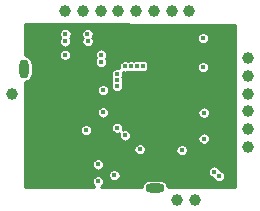
<source format=gbr>
%TF.GenerationSoftware,KiCad,Pcbnew,(5.1.6-0-10_14)*%
%TF.CreationDate,2020-10-05T23:02:53+09:00*%
%TF.ProjectId,RF920A,52463932-3041-42e6-9b69-6361645f7063,rev?*%
%TF.SameCoordinates,Original*%
%TF.FileFunction,Copper,L2,Inr*%
%TF.FilePolarity,Positive*%
%FSLAX46Y46*%
G04 Gerber Fmt 4.6, Leading zero omitted, Abs format (unit mm)*
G04 Created by KiCad (PCBNEW (5.1.6-0-10_14)) date 2020-10-05 23:02:53*
%MOMM*%
%LPD*%
G01*
G04 APERTURE LIST*
%TA.AperFunction,WasherPad*%
%ADD10O,1.600000X0.800000*%
%TD*%
%TA.AperFunction,WasherPad*%
%ADD11O,0.800000X1.600000*%
%TD*%
%TA.AperFunction,ViaPad*%
%ADD12C,1.000000*%
%TD*%
%TA.AperFunction,ViaPad*%
%ADD13C,0.400000*%
%TD*%
%TA.AperFunction,Conductor*%
%ADD14C,0.254000*%
%TD*%
G04 APERTURE END LIST*
D10*
%TO.N,*%
%TO.C,REF\u002A\u002A*%
X162075000Y-107000000D03*
D11*
X151000000Y-96875000D03*
%TD*%
D12*
%TO.N,/SDA*%
%TO.C,J19*%
X157500000Y-92000000D03*
%TD*%
%TO.N,GND*%
%TO.C,J17*%
X170000000Y-103500000D03*
%TD*%
%TO.N,GND*%
%TO.C,J16*%
X170000000Y-102000000D03*
%TD*%
%TO.N,+3.3VA*%
%TO.C,J14*%
X165500000Y-108000000D03*
%TD*%
%TO.N,+3.3VA*%
%TO.C,J13*%
X164000000Y-108000000D03*
%TD*%
%TO.N,/SCL*%
%TO.C,J12*%
X156000000Y-92000000D03*
%TD*%
%TO.N,/WP*%
%TO.C,J11*%
X154500000Y-92000000D03*
%TD*%
%TO.N,/RESETN*%
%TO.C,J10*%
X170000000Y-96000000D03*
%TD*%
%TO.N,/REGPDIN*%
%TO.C,J9*%
X165000000Y-92000000D03*
%TD*%
%TO.N,/SDO*%
%TO.C,J8*%
X163500000Y-92000000D03*
%TD*%
%TO.N,/SINTN*%
%TO.C,J7*%
X162000000Y-92000000D03*
%TD*%
%TO.N,/SCLK*%
%TO.C,J6*%
X170000000Y-97500000D03*
%TD*%
%TO.N,/SCEN*%
%TO.C,J5*%
X170000000Y-99000000D03*
%TD*%
%TO.N,/SDI*%
%TO.C,J4*%
X170000000Y-100500000D03*
%TD*%
%TO.N,+3V3*%
%TO.C,J3*%
X160500000Y-92000000D03*
%TD*%
%TO.N,+3V3*%
%TO.C,J2*%
X159000000Y-92000000D03*
%TD*%
%TO.N,Net-(J1-Pad1)*%
%TO.C,J1*%
X150000000Y-99000000D03*
%TD*%
D13*
%TO.N,GND*%
X152710000Y-106000000D03*
X151710000Y-106000000D03*
X152710000Y-103100000D03*
X151710000Y-103100000D03*
X153710000Y-101180000D03*
X152710000Y-100180000D03*
X153710000Y-100180000D03*
X152710000Y-94760000D03*
X152710000Y-97770000D03*
X152710000Y-95760000D03*
X166000000Y-103800000D03*
X156280000Y-100180000D03*
X156280000Y-99180000D03*
X156280000Y-98180000D03*
X152710000Y-96760000D03*
X154100000Y-106050000D03*
X167990000Y-100830000D03*
X163000000Y-99200000D03*
X162200000Y-99200000D03*
X163000000Y-98400000D03*
X162200000Y-98400000D03*
X162200000Y-100000000D03*
X163000000Y-100000000D03*
X163000000Y-100800000D03*
X162200000Y-100800000D03*
X161400000Y-100800000D03*
X160600000Y-100800000D03*
X161400000Y-100000000D03*
X160600000Y-100000000D03*
X160600000Y-99200000D03*
X161400000Y-98400000D03*
X161400000Y-99200000D03*
X160600000Y-98400000D03*
X158870000Y-101350000D03*
X154210000Y-98300000D03*
X157690000Y-98040000D03*
X157670000Y-99920000D03*
X156280000Y-103480000D03*
X161550000Y-96680000D03*
X163030000Y-95530000D03*
X163060000Y-94290000D03*
X166700000Y-95380000D03*
X167720000Y-94300000D03*
X167550000Y-97780000D03*
X165200000Y-95530000D03*
X166140000Y-96110000D03*
X167670000Y-95980000D03*
X164350000Y-104420000D03*
X162250000Y-105300000D03*
X159350000Y-105110000D03*
X163590000Y-104450000D03*
X163590000Y-103700000D03*
X156270000Y-101430000D03*
X161430000Y-103710000D03*
X160760000Y-105200000D03*
X159300000Y-105900000D03*
X166870000Y-100600000D03*
X166870000Y-101300000D03*
X166870000Y-102800000D03*
X167650000Y-102620000D03*
X165790000Y-106250000D03*
X165750000Y-105200000D03*
X161950000Y-93990000D03*
X157730000Y-94110000D03*
X159250000Y-94130000D03*
X160580000Y-95170000D03*
X167100000Y-104020000D03*
X167500000Y-104400000D03*
X154500000Y-96350000D03*
X157650000Y-104220000D03*
%TO.N,/VDDCP*%
X160790000Y-103710000D03*
X166220000Y-100600000D03*
X166220000Y-102800000D03*
X166140000Y-94300000D03*
%TO.N,+3V3*%
X157700000Y-98690000D03*
X157680000Y-100580000D03*
X157530000Y-95680000D03*
X154510000Y-93910000D03*
X156380000Y-93930000D03*
X154490000Y-95710000D03*
%TO.N,Net-(C45-Pad1)*%
X157250000Y-106420000D03*
X158660000Y-105900000D03*
X159550000Y-102530000D03*
%TO.N,Net-(C46-Pad2)*%
X158870000Y-101860000D03*
X157250000Y-104980000D03*
X156270000Y-102070000D03*
%TO.N,/SDI*%
X158880000Y-98350000D03*
%TO.N,/SCEN*%
X158880000Y-97850000D03*
%TO.N,/SCLK*%
X158870000Y-97350000D03*
%TO.N,/SINTN*%
X159550000Y-96680000D03*
%TO.N,/SDO*%
X160050000Y-96670000D03*
%TO.N,/REGPDIN*%
X160550000Y-96650000D03*
%TO.N,/RESETN*%
X161050000Y-96650000D03*
%TO.N,+3.3VA*%
X164350000Y-103780000D03*
X167100000Y-105600000D03*
X167500000Y-105970000D03*
X166140000Y-96750000D03*
%TO.N,/WP*%
X154500000Y-94570000D03*
%TO.N,/SCL*%
X156390000Y-94570000D03*
%TO.N,/SDA*%
X157520000Y-96330000D03*
%TD*%
D14*
%TO.N,GND*%
G36*
X168873000Y-93136930D02*
G01*
X168873000Y-101837966D01*
X168868269Y-101858905D01*
X168862489Y-102082406D01*
X168873000Y-102143458D01*
X168873000Y-103337966D01*
X168868269Y-103358905D01*
X168862489Y-103582406D01*
X168873000Y-103643458D01*
X168873000Y-106853000D01*
X163190120Y-106853000D01*
X163149910Y-106720443D01*
X163082403Y-106594147D01*
X162991554Y-106483446D01*
X162880853Y-106392597D01*
X162754557Y-106325090D01*
X162617517Y-106283520D01*
X162510708Y-106273000D01*
X161639292Y-106273000D01*
X161532483Y-106283520D01*
X161395443Y-106325090D01*
X161269147Y-106392597D01*
X161158446Y-106483446D01*
X161067597Y-106594147D01*
X161000090Y-106720443D01*
X160959880Y-106853000D01*
X157550545Y-106853000D01*
X157585943Y-106829348D01*
X157659348Y-106755943D01*
X157717021Y-106669628D01*
X157756748Y-106573720D01*
X157777000Y-106471905D01*
X157777000Y-106368095D01*
X157756748Y-106266280D01*
X157717021Y-106170372D01*
X157659348Y-106084057D01*
X157585943Y-106010652D01*
X157499628Y-105952979D01*
X157403720Y-105913252D01*
X157301905Y-105893000D01*
X157198095Y-105893000D01*
X157096280Y-105913252D01*
X157000372Y-105952979D01*
X156914057Y-106010652D01*
X156840652Y-106084057D01*
X156782979Y-106170372D01*
X156743252Y-106266280D01*
X156723000Y-106368095D01*
X156723000Y-106471905D01*
X156743252Y-106573720D01*
X156782979Y-106669628D01*
X156840652Y-106755943D01*
X156914057Y-106829348D01*
X156949455Y-106853000D01*
X151131909Y-106853000D01*
X151131191Y-105848095D01*
X158133000Y-105848095D01*
X158133000Y-105951905D01*
X158153252Y-106053720D01*
X158192979Y-106149628D01*
X158250652Y-106235943D01*
X158324057Y-106309348D01*
X158410372Y-106367021D01*
X158506280Y-106406748D01*
X158608095Y-106427000D01*
X158711905Y-106427000D01*
X158813720Y-106406748D01*
X158909628Y-106367021D01*
X158995943Y-106309348D01*
X159069348Y-106235943D01*
X159127021Y-106149628D01*
X159166748Y-106053720D01*
X159187000Y-105951905D01*
X159187000Y-105848095D01*
X159166748Y-105746280D01*
X159127021Y-105650372D01*
X159069348Y-105564057D01*
X159053386Y-105548095D01*
X166573000Y-105548095D01*
X166573000Y-105651905D01*
X166593252Y-105753720D01*
X166632979Y-105849628D01*
X166690652Y-105935943D01*
X166764057Y-106009348D01*
X166850372Y-106067021D01*
X166946280Y-106106748D01*
X166991672Y-106115777D01*
X166993252Y-106123720D01*
X167032979Y-106219628D01*
X167090652Y-106305943D01*
X167164057Y-106379348D01*
X167250372Y-106437021D01*
X167346280Y-106476748D01*
X167448095Y-106497000D01*
X167551905Y-106497000D01*
X167653720Y-106476748D01*
X167749628Y-106437021D01*
X167835943Y-106379348D01*
X167909348Y-106305943D01*
X167967021Y-106219628D01*
X168006748Y-106123720D01*
X168027000Y-106021905D01*
X168027000Y-105918095D01*
X168006748Y-105816280D01*
X167967021Y-105720372D01*
X167909348Y-105634057D01*
X167835943Y-105560652D01*
X167749628Y-105502979D01*
X167653720Y-105463252D01*
X167608328Y-105454223D01*
X167606748Y-105446280D01*
X167567021Y-105350372D01*
X167509348Y-105264057D01*
X167435943Y-105190652D01*
X167349628Y-105132979D01*
X167253720Y-105093252D01*
X167151905Y-105073000D01*
X167048095Y-105073000D01*
X166946280Y-105093252D01*
X166850372Y-105132979D01*
X166764057Y-105190652D01*
X166690652Y-105264057D01*
X166632979Y-105350372D01*
X166593252Y-105446280D01*
X166573000Y-105548095D01*
X159053386Y-105548095D01*
X158995943Y-105490652D01*
X158909628Y-105432979D01*
X158813720Y-105393252D01*
X158711905Y-105373000D01*
X158608095Y-105373000D01*
X158506280Y-105393252D01*
X158410372Y-105432979D01*
X158324057Y-105490652D01*
X158250652Y-105564057D01*
X158192979Y-105650372D01*
X158153252Y-105746280D01*
X158133000Y-105848095D01*
X151131191Y-105848095D01*
X151130533Y-104928095D01*
X156723000Y-104928095D01*
X156723000Y-105031905D01*
X156743252Y-105133720D01*
X156782979Y-105229628D01*
X156840652Y-105315943D01*
X156914057Y-105389348D01*
X157000372Y-105447021D01*
X157096280Y-105486748D01*
X157198095Y-105507000D01*
X157301905Y-105507000D01*
X157403720Y-105486748D01*
X157499628Y-105447021D01*
X157585943Y-105389348D01*
X157659348Y-105315943D01*
X157717021Y-105229628D01*
X157756748Y-105133720D01*
X157777000Y-105031905D01*
X157777000Y-104928095D01*
X157756748Y-104826280D01*
X157717021Y-104730372D01*
X157659348Y-104644057D01*
X157585943Y-104570652D01*
X157499628Y-104512979D01*
X157403720Y-104473252D01*
X157301905Y-104453000D01*
X157198095Y-104453000D01*
X157096280Y-104473252D01*
X157000372Y-104512979D01*
X156914057Y-104570652D01*
X156840652Y-104644057D01*
X156782979Y-104730372D01*
X156743252Y-104826280D01*
X156723000Y-104928095D01*
X151130533Y-104928095D01*
X151129625Y-103658095D01*
X160263000Y-103658095D01*
X160263000Y-103761905D01*
X160283252Y-103863720D01*
X160322979Y-103959628D01*
X160380652Y-104045943D01*
X160454057Y-104119348D01*
X160540372Y-104177021D01*
X160636280Y-104216748D01*
X160738095Y-104237000D01*
X160841905Y-104237000D01*
X160943720Y-104216748D01*
X161039628Y-104177021D01*
X161125943Y-104119348D01*
X161199348Y-104045943D01*
X161257021Y-103959628D01*
X161296748Y-103863720D01*
X161317000Y-103761905D01*
X161317000Y-103728095D01*
X163823000Y-103728095D01*
X163823000Y-103831905D01*
X163843252Y-103933720D01*
X163882979Y-104029628D01*
X163940652Y-104115943D01*
X164014057Y-104189348D01*
X164100372Y-104247021D01*
X164196280Y-104286748D01*
X164298095Y-104307000D01*
X164401905Y-104307000D01*
X164503720Y-104286748D01*
X164599628Y-104247021D01*
X164685943Y-104189348D01*
X164759348Y-104115943D01*
X164817021Y-104029628D01*
X164856748Y-103933720D01*
X164877000Y-103831905D01*
X164877000Y-103728095D01*
X164856748Y-103626280D01*
X164817021Y-103530372D01*
X164759348Y-103444057D01*
X164685943Y-103370652D01*
X164599628Y-103312979D01*
X164503720Y-103273252D01*
X164401905Y-103253000D01*
X164298095Y-103253000D01*
X164196280Y-103273252D01*
X164100372Y-103312979D01*
X164014057Y-103370652D01*
X163940652Y-103444057D01*
X163882979Y-103530372D01*
X163843252Y-103626280D01*
X163823000Y-103728095D01*
X161317000Y-103728095D01*
X161317000Y-103658095D01*
X161296748Y-103556280D01*
X161257021Y-103460372D01*
X161199348Y-103374057D01*
X161125943Y-103300652D01*
X161039628Y-103242979D01*
X160943720Y-103203252D01*
X160841905Y-103183000D01*
X160738095Y-103183000D01*
X160636280Y-103203252D01*
X160540372Y-103242979D01*
X160454057Y-103300652D01*
X160380652Y-103374057D01*
X160322979Y-103460372D01*
X160283252Y-103556280D01*
X160263000Y-103658095D01*
X151129625Y-103658095D01*
X151128451Y-102018095D01*
X155743000Y-102018095D01*
X155743000Y-102121905D01*
X155763252Y-102223720D01*
X155802979Y-102319628D01*
X155860652Y-102405943D01*
X155934057Y-102479348D01*
X156020372Y-102537021D01*
X156116280Y-102576748D01*
X156218095Y-102597000D01*
X156321905Y-102597000D01*
X156423720Y-102576748D01*
X156519628Y-102537021D01*
X156605943Y-102479348D01*
X156679348Y-102405943D01*
X156737021Y-102319628D01*
X156776748Y-102223720D01*
X156797000Y-102121905D01*
X156797000Y-102018095D01*
X156776748Y-101916280D01*
X156737021Y-101820372D01*
X156728818Y-101808095D01*
X158343000Y-101808095D01*
X158343000Y-101911905D01*
X158363252Y-102013720D01*
X158402979Y-102109628D01*
X158460652Y-102195943D01*
X158534057Y-102269348D01*
X158620372Y-102327021D01*
X158716280Y-102366748D01*
X158818095Y-102387000D01*
X158921905Y-102387000D01*
X159023720Y-102366748D01*
X159052063Y-102355008D01*
X159043252Y-102376280D01*
X159023000Y-102478095D01*
X159023000Y-102581905D01*
X159043252Y-102683720D01*
X159082979Y-102779628D01*
X159140652Y-102865943D01*
X159214057Y-102939348D01*
X159300372Y-102997021D01*
X159396280Y-103036748D01*
X159498095Y-103057000D01*
X159601905Y-103057000D01*
X159703720Y-103036748D01*
X159799628Y-102997021D01*
X159885943Y-102939348D01*
X159959348Y-102865943D01*
X160017021Y-102779628D01*
X160030082Y-102748095D01*
X165693000Y-102748095D01*
X165693000Y-102851905D01*
X165713252Y-102953720D01*
X165752979Y-103049628D01*
X165810652Y-103135943D01*
X165884057Y-103209348D01*
X165970372Y-103267021D01*
X166066280Y-103306748D01*
X166168095Y-103327000D01*
X166271905Y-103327000D01*
X166373720Y-103306748D01*
X166469628Y-103267021D01*
X166555943Y-103209348D01*
X166629348Y-103135943D01*
X166687021Y-103049628D01*
X166726748Y-102953720D01*
X166747000Y-102851905D01*
X166747000Y-102748095D01*
X166726748Y-102646280D01*
X166687021Y-102550372D01*
X166629348Y-102464057D01*
X166555943Y-102390652D01*
X166469628Y-102332979D01*
X166373720Y-102293252D01*
X166271905Y-102273000D01*
X166168095Y-102273000D01*
X166066280Y-102293252D01*
X165970372Y-102332979D01*
X165884057Y-102390652D01*
X165810652Y-102464057D01*
X165752979Y-102550372D01*
X165713252Y-102646280D01*
X165693000Y-102748095D01*
X160030082Y-102748095D01*
X160056748Y-102683720D01*
X160077000Y-102581905D01*
X160077000Y-102478095D01*
X160056748Y-102376280D01*
X160017021Y-102280372D01*
X159959348Y-102194057D01*
X159885943Y-102120652D01*
X159799628Y-102062979D01*
X159703720Y-102023252D01*
X159601905Y-102003000D01*
X159498095Y-102003000D01*
X159396280Y-102023252D01*
X159367937Y-102034992D01*
X159376748Y-102013720D01*
X159397000Y-101911905D01*
X159397000Y-101808095D01*
X159376748Y-101706280D01*
X159337021Y-101610372D01*
X159279348Y-101524057D01*
X159205943Y-101450652D01*
X159119628Y-101392979D01*
X159023720Y-101353252D01*
X158921905Y-101333000D01*
X158818095Y-101333000D01*
X158716280Y-101353252D01*
X158620372Y-101392979D01*
X158534057Y-101450652D01*
X158460652Y-101524057D01*
X158402979Y-101610372D01*
X158363252Y-101706280D01*
X158343000Y-101808095D01*
X156728818Y-101808095D01*
X156679348Y-101734057D01*
X156605943Y-101660652D01*
X156519628Y-101602979D01*
X156423720Y-101563252D01*
X156321905Y-101543000D01*
X156218095Y-101543000D01*
X156116280Y-101563252D01*
X156020372Y-101602979D01*
X155934057Y-101660652D01*
X155860652Y-101734057D01*
X155802979Y-101820372D01*
X155763252Y-101916280D01*
X155743000Y-102018095D01*
X151128451Y-102018095D01*
X151127386Y-100528095D01*
X157153000Y-100528095D01*
X157153000Y-100631905D01*
X157173252Y-100733720D01*
X157212979Y-100829628D01*
X157270652Y-100915943D01*
X157344057Y-100989348D01*
X157430372Y-101047021D01*
X157526280Y-101086748D01*
X157628095Y-101107000D01*
X157731905Y-101107000D01*
X157833720Y-101086748D01*
X157929628Y-101047021D01*
X158015943Y-100989348D01*
X158089348Y-100915943D01*
X158147021Y-100829628D01*
X158186748Y-100733720D01*
X158207000Y-100631905D01*
X158207000Y-100548095D01*
X165693000Y-100548095D01*
X165693000Y-100651905D01*
X165713252Y-100753720D01*
X165752979Y-100849628D01*
X165810652Y-100935943D01*
X165884057Y-101009348D01*
X165970372Y-101067021D01*
X166066280Y-101106748D01*
X166168095Y-101127000D01*
X166271905Y-101127000D01*
X166373720Y-101106748D01*
X166469628Y-101067021D01*
X166555943Y-101009348D01*
X166629348Y-100935943D01*
X166687021Y-100849628D01*
X166726748Y-100753720D01*
X166747000Y-100651905D01*
X166747000Y-100548095D01*
X166726748Y-100446280D01*
X166687021Y-100350372D01*
X166629348Y-100264057D01*
X166555943Y-100190652D01*
X166469628Y-100132979D01*
X166373720Y-100093252D01*
X166271905Y-100073000D01*
X166168095Y-100073000D01*
X166066280Y-100093252D01*
X165970372Y-100132979D01*
X165884057Y-100190652D01*
X165810652Y-100264057D01*
X165752979Y-100350372D01*
X165713252Y-100446280D01*
X165693000Y-100548095D01*
X158207000Y-100548095D01*
X158207000Y-100528095D01*
X158186748Y-100426280D01*
X158147021Y-100330372D01*
X158089348Y-100244057D01*
X158015943Y-100170652D01*
X157929628Y-100112979D01*
X157833720Y-100073252D01*
X157731905Y-100053000D01*
X157628095Y-100053000D01*
X157526280Y-100073252D01*
X157430372Y-100112979D01*
X157344057Y-100170652D01*
X157270652Y-100244057D01*
X157212979Y-100330372D01*
X157173252Y-100426280D01*
X157153000Y-100528095D01*
X151127386Y-100528095D01*
X151126034Y-98638095D01*
X157173000Y-98638095D01*
X157173000Y-98741905D01*
X157193252Y-98843720D01*
X157232979Y-98939628D01*
X157290652Y-99025943D01*
X157364057Y-99099348D01*
X157450372Y-99157021D01*
X157546280Y-99196748D01*
X157648095Y-99217000D01*
X157751905Y-99217000D01*
X157853720Y-99196748D01*
X157949628Y-99157021D01*
X158035943Y-99099348D01*
X158109348Y-99025943D01*
X158167021Y-98939628D01*
X158206748Y-98843720D01*
X158227000Y-98741905D01*
X158227000Y-98638095D01*
X158206748Y-98536280D01*
X158167021Y-98440372D01*
X158109348Y-98354057D01*
X158035943Y-98280652D01*
X157949628Y-98222979D01*
X157853720Y-98183252D01*
X157751905Y-98163000D01*
X157648095Y-98163000D01*
X157546280Y-98183252D01*
X157450372Y-98222979D01*
X157364057Y-98280652D01*
X157290652Y-98354057D01*
X157232979Y-98440372D01*
X157193252Y-98536280D01*
X157173000Y-98638095D01*
X151126034Y-98638095D01*
X151125572Y-97993149D01*
X151142517Y-97991480D01*
X151279557Y-97949910D01*
X151405853Y-97882403D01*
X151516554Y-97791554D01*
X151607403Y-97680853D01*
X151674910Y-97554557D01*
X151716480Y-97417517D01*
X151727000Y-97310708D01*
X151727000Y-97298095D01*
X158343000Y-97298095D01*
X158343000Y-97401905D01*
X158363252Y-97503720D01*
X158402979Y-97599628D01*
X158409342Y-97609152D01*
X158373252Y-97696280D01*
X158353000Y-97798095D01*
X158353000Y-97901905D01*
X158373252Y-98003720D01*
X158412979Y-98099628D01*
X158413228Y-98100000D01*
X158412979Y-98100372D01*
X158373252Y-98196280D01*
X158353000Y-98298095D01*
X158353000Y-98401905D01*
X158373252Y-98503720D01*
X158412979Y-98599628D01*
X158470652Y-98685943D01*
X158544057Y-98759348D01*
X158630372Y-98817021D01*
X158726280Y-98856748D01*
X158828095Y-98877000D01*
X158931905Y-98877000D01*
X159033720Y-98856748D01*
X159129628Y-98817021D01*
X159215943Y-98759348D01*
X159289348Y-98685943D01*
X159347021Y-98599628D01*
X159386748Y-98503720D01*
X159407000Y-98401905D01*
X159407000Y-98298095D01*
X159386748Y-98196280D01*
X159347021Y-98100372D01*
X159346772Y-98100000D01*
X159347021Y-98099628D01*
X159386748Y-98003720D01*
X159407000Y-97901905D01*
X159407000Y-97798095D01*
X159386748Y-97696280D01*
X159347021Y-97600372D01*
X159340658Y-97590848D01*
X159376748Y-97503720D01*
X159397000Y-97401905D01*
X159397000Y-97298095D01*
X159376748Y-97196280D01*
X159367937Y-97175008D01*
X159396280Y-97186748D01*
X159498095Y-97207000D01*
X159601905Y-97207000D01*
X159703720Y-97186748D01*
X159799628Y-97147021D01*
X159809152Y-97140658D01*
X159896280Y-97176748D01*
X159998095Y-97197000D01*
X160101905Y-97197000D01*
X160203720Y-97176748D01*
X160299628Y-97137021D01*
X160318390Y-97124485D01*
X160396280Y-97156748D01*
X160498095Y-97177000D01*
X160601905Y-97177000D01*
X160703720Y-97156748D01*
X160799628Y-97117021D01*
X160800000Y-97116772D01*
X160800372Y-97117021D01*
X160896280Y-97156748D01*
X160998095Y-97177000D01*
X161101905Y-97177000D01*
X161203720Y-97156748D01*
X161299628Y-97117021D01*
X161385943Y-97059348D01*
X161459348Y-96985943D01*
X161517021Y-96899628D01*
X161556748Y-96803720D01*
X161577000Y-96701905D01*
X161577000Y-96698095D01*
X165613000Y-96698095D01*
X165613000Y-96801905D01*
X165633252Y-96903720D01*
X165672979Y-96999628D01*
X165730652Y-97085943D01*
X165804057Y-97159348D01*
X165890372Y-97217021D01*
X165986280Y-97256748D01*
X166088095Y-97277000D01*
X166191905Y-97277000D01*
X166293720Y-97256748D01*
X166389628Y-97217021D01*
X166475943Y-97159348D01*
X166549348Y-97085943D01*
X166607021Y-96999628D01*
X166646748Y-96903720D01*
X166667000Y-96801905D01*
X166667000Y-96698095D01*
X166646748Y-96596280D01*
X166607021Y-96500372D01*
X166549348Y-96414057D01*
X166475943Y-96340652D01*
X166389628Y-96282979D01*
X166293720Y-96243252D01*
X166191905Y-96223000D01*
X166088095Y-96223000D01*
X165986280Y-96243252D01*
X165890372Y-96282979D01*
X165804057Y-96340652D01*
X165730652Y-96414057D01*
X165672979Y-96500372D01*
X165633252Y-96596280D01*
X165613000Y-96698095D01*
X161577000Y-96698095D01*
X161577000Y-96598095D01*
X161556748Y-96496280D01*
X161517021Y-96400372D01*
X161459348Y-96314057D01*
X161385943Y-96240652D01*
X161299628Y-96182979D01*
X161203720Y-96143252D01*
X161101905Y-96123000D01*
X160998095Y-96123000D01*
X160896280Y-96143252D01*
X160800372Y-96182979D01*
X160800000Y-96183228D01*
X160799628Y-96182979D01*
X160703720Y-96143252D01*
X160601905Y-96123000D01*
X160498095Y-96123000D01*
X160396280Y-96143252D01*
X160300372Y-96182979D01*
X160281610Y-96195515D01*
X160203720Y-96163252D01*
X160101905Y-96143000D01*
X159998095Y-96143000D01*
X159896280Y-96163252D01*
X159800372Y-96202979D01*
X159790848Y-96209342D01*
X159703720Y-96173252D01*
X159601905Y-96153000D01*
X159498095Y-96153000D01*
X159396280Y-96173252D01*
X159300372Y-96212979D01*
X159214057Y-96270652D01*
X159140652Y-96344057D01*
X159082979Y-96430372D01*
X159043252Y-96526280D01*
X159023000Y-96628095D01*
X159023000Y-96731905D01*
X159043252Y-96833720D01*
X159052063Y-96854992D01*
X159023720Y-96843252D01*
X158921905Y-96823000D01*
X158818095Y-96823000D01*
X158716280Y-96843252D01*
X158620372Y-96882979D01*
X158534057Y-96940652D01*
X158460652Y-97014057D01*
X158402979Y-97100372D01*
X158363252Y-97196280D01*
X158343000Y-97298095D01*
X151727000Y-97298095D01*
X151727000Y-96439292D01*
X151716480Y-96332483D01*
X151699982Y-96278095D01*
X156993000Y-96278095D01*
X156993000Y-96381905D01*
X157013252Y-96483720D01*
X157052979Y-96579628D01*
X157110652Y-96665943D01*
X157184057Y-96739348D01*
X157270372Y-96797021D01*
X157366280Y-96836748D01*
X157468095Y-96857000D01*
X157571905Y-96857000D01*
X157673720Y-96836748D01*
X157769628Y-96797021D01*
X157855943Y-96739348D01*
X157929348Y-96665943D01*
X157987021Y-96579628D01*
X158026748Y-96483720D01*
X158047000Y-96381905D01*
X158047000Y-96278095D01*
X158026748Y-96176280D01*
X157987021Y-96080372D01*
X157941660Y-96012483D01*
X157997021Y-95929628D01*
X158036748Y-95833720D01*
X158057000Y-95731905D01*
X158057000Y-95628095D01*
X158036748Y-95526280D01*
X157997021Y-95430372D01*
X157939348Y-95344057D01*
X157865943Y-95270652D01*
X157779628Y-95212979D01*
X157683720Y-95173252D01*
X157581905Y-95153000D01*
X157478095Y-95153000D01*
X157376280Y-95173252D01*
X157280372Y-95212979D01*
X157194057Y-95270652D01*
X157120652Y-95344057D01*
X157062979Y-95430372D01*
X157023252Y-95526280D01*
X157003000Y-95628095D01*
X157003000Y-95731905D01*
X157023252Y-95833720D01*
X157062979Y-95929628D01*
X157108340Y-95997517D01*
X157052979Y-96080372D01*
X157013252Y-96176280D01*
X156993000Y-96278095D01*
X151699982Y-96278095D01*
X151674910Y-96195443D01*
X151607403Y-96069147D01*
X151516553Y-95958446D01*
X151405852Y-95867597D01*
X151279556Y-95800090D01*
X151142516Y-95758520D01*
X151123972Y-95756694D01*
X151123902Y-95658095D01*
X153963000Y-95658095D01*
X153963000Y-95761905D01*
X153983252Y-95863720D01*
X154022979Y-95959628D01*
X154080652Y-96045943D01*
X154154057Y-96119348D01*
X154240372Y-96177021D01*
X154336280Y-96216748D01*
X154438095Y-96237000D01*
X154541905Y-96237000D01*
X154643720Y-96216748D01*
X154739628Y-96177021D01*
X154825943Y-96119348D01*
X154899348Y-96045943D01*
X154957021Y-95959628D01*
X154996748Y-95863720D01*
X155017000Y-95761905D01*
X155017000Y-95658095D01*
X154996748Y-95556280D01*
X154957021Y-95460372D01*
X154899348Y-95374057D01*
X154825943Y-95300652D01*
X154739628Y-95242979D01*
X154643720Y-95203252D01*
X154541905Y-95183000D01*
X154438095Y-95183000D01*
X154336280Y-95203252D01*
X154240372Y-95242979D01*
X154154057Y-95300652D01*
X154080652Y-95374057D01*
X154022979Y-95460372D01*
X153983252Y-95556280D01*
X153963000Y-95658095D01*
X151123902Y-95658095D01*
X151123087Y-94518095D01*
X153973000Y-94518095D01*
X153973000Y-94621905D01*
X153993252Y-94723720D01*
X154032979Y-94819628D01*
X154090652Y-94905943D01*
X154164057Y-94979348D01*
X154250372Y-95037021D01*
X154346280Y-95076748D01*
X154448095Y-95097000D01*
X154551905Y-95097000D01*
X154653720Y-95076748D01*
X154749628Y-95037021D01*
X154835943Y-94979348D01*
X154909348Y-94905943D01*
X154967021Y-94819628D01*
X155006748Y-94723720D01*
X155027000Y-94621905D01*
X155027000Y-94518095D01*
X155006748Y-94416280D01*
X154967021Y-94320372D01*
X154918114Y-94247177D01*
X154919348Y-94245943D01*
X154977021Y-94159628D01*
X155016748Y-94063720D01*
X155037000Y-93961905D01*
X155037000Y-93878095D01*
X155853000Y-93878095D01*
X155853000Y-93981905D01*
X155873252Y-94083720D01*
X155912979Y-94179628D01*
X155964999Y-94257483D01*
X155922979Y-94320372D01*
X155883252Y-94416280D01*
X155863000Y-94518095D01*
X155863000Y-94621905D01*
X155883252Y-94723720D01*
X155922979Y-94819628D01*
X155980652Y-94905943D01*
X156054057Y-94979348D01*
X156140372Y-95037021D01*
X156236280Y-95076748D01*
X156338095Y-95097000D01*
X156441905Y-95097000D01*
X156543720Y-95076748D01*
X156639628Y-95037021D01*
X156725943Y-94979348D01*
X156799348Y-94905943D01*
X156857021Y-94819628D01*
X156896748Y-94723720D01*
X156917000Y-94621905D01*
X156917000Y-94518095D01*
X156896748Y-94416280D01*
X156857021Y-94320372D01*
X156808729Y-94248095D01*
X165613000Y-94248095D01*
X165613000Y-94351905D01*
X165633252Y-94453720D01*
X165672979Y-94549628D01*
X165730652Y-94635943D01*
X165804057Y-94709348D01*
X165890372Y-94767021D01*
X165986280Y-94806748D01*
X166088095Y-94827000D01*
X166191905Y-94827000D01*
X166293720Y-94806748D01*
X166389628Y-94767021D01*
X166475943Y-94709348D01*
X166549348Y-94635943D01*
X166607021Y-94549628D01*
X166646748Y-94453720D01*
X166667000Y-94351905D01*
X166667000Y-94248095D01*
X166646748Y-94146280D01*
X166607021Y-94050372D01*
X166549348Y-93964057D01*
X166475943Y-93890652D01*
X166389628Y-93832979D01*
X166293720Y-93793252D01*
X166191905Y-93773000D01*
X166088095Y-93773000D01*
X165986280Y-93793252D01*
X165890372Y-93832979D01*
X165804057Y-93890652D01*
X165730652Y-93964057D01*
X165672979Y-94050372D01*
X165633252Y-94146280D01*
X165613000Y-94248095D01*
X156808729Y-94248095D01*
X156805001Y-94242517D01*
X156847021Y-94179628D01*
X156886748Y-94083720D01*
X156907000Y-93981905D01*
X156907000Y-93878095D01*
X156886748Y-93776280D01*
X156847021Y-93680372D01*
X156789348Y-93594057D01*
X156715943Y-93520652D01*
X156629628Y-93462979D01*
X156533720Y-93423252D01*
X156431905Y-93403000D01*
X156328095Y-93403000D01*
X156226280Y-93423252D01*
X156130372Y-93462979D01*
X156044057Y-93520652D01*
X155970652Y-93594057D01*
X155912979Y-93680372D01*
X155873252Y-93776280D01*
X155853000Y-93878095D01*
X155037000Y-93878095D01*
X155037000Y-93858095D01*
X155016748Y-93756280D01*
X154977021Y-93660372D01*
X154919348Y-93574057D01*
X154845943Y-93500652D01*
X154759628Y-93442979D01*
X154663720Y-93403252D01*
X154561905Y-93383000D01*
X154458095Y-93383000D01*
X154356280Y-93403252D01*
X154260372Y-93442979D01*
X154174057Y-93500652D01*
X154100652Y-93574057D01*
X154042979Y-93660372D01*
X154003252Y-93756280D01*
X153983000Y-93858095D01*
X153983000Y-93961905D01*
X154003252Y-94063720D01*
X154042979Y-94159628D01*
X154091886Y-94232823D01*
X154090652Y-94234057D01*
X154032979Y-94320372D01*
X153993252Y-94416280D01*
X153973000Y-94518095D01*
X151123087Y-94518095D01*
X151122091Y-93127071D01*
X168873000Y-93136930D01*
G37*
X168873000Y-93136930D02*
X168873000Y-101837966D01*
X168868269Y-101858905D01*
X168862489Y-102082406D01*
X168873000Y-102143458D01*
X168873000Y-103337966D01*
X168868269Y-103358905D01*
X168862489Y-103582406D01*
X168873000Y-103643458D01*
X168873000Y-106853000D01*
X163190120Y-106853000D01*
X163149910Y-106720443D01*
X163082403Y-106594147D01*
X162991554Y-106483446D01*
X162880853Y-106392597D01*
X162754557Y-106325090D01*
X162617517Y-106283520D01*
X162510708Y-106273000D01*
X161639292Y-106273000D01*
X161532483Y-106283520D01*
X161395443Y-106325090D01*
X161269147Y-106392597D01*
X161158446Y-106483446D01*
X161067597Y-106594147D01*
X161000090Y-106720443D01*
X160959880Y-106853000D01*
X157550545Y-106853000D01*
X157585943Y-106829348D01*
X157659348Y-106755943D01*
X157717021Y-106669628D01*
X157756748Y-106573720D01*
X157777000Y-106471905D01*
X157777000Y-106368095D01*
X157756748Y-106266280D01*
X157717021Y-106170372D01*
X157659348Y-106084057D01*
X157585943Y-106010652D01*
X157499628Y-105952979D01*
X157403720Y-105913252D01*
X157301905Y-105893000D01*
X157198095Y-105893000D01*
X157096280Y-105913252D01*
X157000372Y-105952979D01*
X156914057Y-106010652D01*
X156840652Y-106084057D01*
X156782979Y-106170372D01*
X156743252Y-106266280D01*
X156723000Y-106368095D01*
X156723000Y-106471905D01*
X156743252Y-106573720D01*
X156782979Y-106669628D01*
X156840652Y-106755943D01*
X156914057Y-106829348D01*
X156949455Y-106853000D01*
X151131909Y-106853000D01*
X151131191Y-105848095D01*
X158133000Y-105848095D01*
X158133000Y-105951905D01*
X158153252Y-106053720D01*
X158192979Y-106149628D01*
X158250652Y-106235943D01*
X158324057Y-106309348D01*
X158410372Y-106367021D01*
X158506280Y-106406748D01*
X158608095Y-106427000D01*
X158711905Y-106427000D01*
X158813720Y-106406748D01*
X158909628Y-106367021D01*
X158995943Y-106309348D01*
X159069348Y-106235943D01*
X159127021Y-106149628D01*
X159166748Y-106053720D01*
X159187000Y-105951905D01*
X159187000Y-105848095D01*
X159166748Y-105746280D01*
X159127021Y-105650372D01*
X159069348Y-105564057D01*
X159053386Y-105548095D01*
X166573000Y-105548095D01*
X166573000Y-105651905D01*
X166593252Y-105753720D01*
X166632979Y-105849628D01*
X166690652Y-105935943D01*
X166764057Y-106009348D01*
X166850372Y-106067021D01*
X166946280Y-106106748D01*
X166991672Y-106115777D01*
X166993252Y-106123720D01*
X167032979Y-106219628D01*
X167090652Y-106305943D01*
X167164057Y-106379348D01*
X167250372Y-106437021D01*
X167346280Y-106476748D01*
X167448095Y-106497000D01*
X167551905Y-106497000D01*
X167653720Y-106476748D01*
X167749628Y-106437021D01*
X167835943Y-106379348D01*
X167909348Y-106305943D01*
X167967021Y-106219628D01*
X168006748Y-106123720D01*
X168027000Y-106021905D01*
X168027000Y-105918095D01*
X168006748Y-105816280D01*
X167967021Y-105720372D01*
X167909348Y-105634057D01*
X167835943Y-105560652D01*
X167749628Y-105502979D01*
X167653720Y-105463252D01*
X167608328Y-105454223D01*
X167606748Y-105446280D01*
X167567021Y-105350372D01*
X167509348Y-105264057D01*
X167435943Y-105190652D01*
X167349628Y-105132979D01*
X167253720Y-105093252D01*
X167151905Y-105073000D01*
X167048095Y-105073000D01*
X166946280Y-105093252D01*
X166850372Y-105132979D01*
X166764057Y-105190652D01*
X166690652Y-105264057D01*
X166632979Y-105350372D01*
X166593252Y-105446280D01*
X166573000Y-105548095D01*
X159053386Y-105548095D01*
X158995943Y-105490652D01*
X158909628Y-105432979D01*
X158813720Y-105393252D01*
X158711905Y-105373000D01*
X158608095Y-105373000D01*
X158506280Y-105393252D01*
X158410372Y-105432979D01*
X158324057Y-105490652D01*
X158250652Y-105564057D01*
X158192979Y-105650372D01*
X158153252Y-105746280D01*
X158133000Y-105848095D01*
X151131191Y-105848095D01*
X151130533Y-104928095D01*
X156723000Y-104928095D01*
X156723000Y-105031905D01*
X156743252Y-105133720D01*
X156782979Y-105229628D01*
X156840652Y-105315943D01*
X156914057Y-105389348D01*
X157000372Y-105447021D01*
X157096280Y-105486748D01*
X157198095Y-105507000D01*
X157301905Y-105507000D01*
X157403720Y-105486748D01*
X157499628Y-105447021D01*
X157585943Y-105389348D01*
X157659348Y-105315943D01*
X157717021Y-105229628D01*
X157756748Y-105133720D01*
X157777000Y-105031905D01*
X157777000Y-104928095D01*
X157756748Y-104826280D01*
X157717021Y-104730372D01*
X157659348Y-104644057D01*
X157585943Y-104570652D01*
X157499628Y-104512979D01*
X157403720Y-104473252D01*
X157301905Y-104453000D01*
X157198095Y-104453000D01*
X157096280Y-104473252D01*
X157000372Y-104512979D01*
X156914057Y-104570652D01*
X156840652Y-104644057D01*
X156782979Y-104730372D01*
X156743252Y-104826280D01*
X156723000Y-104928095D01*
X151130533Y-104928095D01*
X151129625Y-103658095D01*
X160263000Y-103658095D01*
X160263000Y-103761905D01*
X160283252Y-103863720D01*
X160322979Y-103959628D01*
X160380652Y-104045943D01*
X160454057Y-104119348D01*
X160540372Y-104177021D01*
X160636280Y-104216748D01*
X160738095Y-104237000D01*
X160841905Y-104237000D01*
X160943720Y-104216748D01*
X161039628Y-104177021D01*
X161125943Y-104119348D01*
X161199348Y-104045943D01*
X161257021Y-103959628D01*
X161296748Y-103863720D01*
X161317000Y-103761905D01*
X161317000Y-103728095D01*
X163823000Y-103728095D01*
X163823000Y-103831905D01*
X163843252Y-103933720D01*
X163882979Y-104029628D01*
X163940652Y-104115943D01*
X164014057Y-104189348D01*
X164100372Y-104247021D01*
X164196280Y-104286748D01*
X164298095Y-104307000D01*
X164401905Y-104307000D01*
X164503720Y-104286748D01*
X164599628Y-104247021D01*
X164685943Y-104189348D01*
X164759348Y-104115943D01*
X164817021Y-104029628D01*
X164856748Y-103933720D01*
X164877000Y-103831905D01*
X164877000Y-103728095D01*
X164856748Y-103626280D01*
X164817021Y-103530372D01*
X164759348Y-103444057D01*
X164685943Y-103370652D01*
X164599628Y-103312979D01*
X164503720Y-103273252D01*
X164401905Y-103253000D01*
X164298095Y-103253000D01*
X164196280Y-103273252D01*
X164100372Y-103312979D01*
X164014057Y-103370652D01*
X163940652Y-103444057D01*
X163882979Y-103530372D01*
X163843252Y-103626280D01*
X163823000Y-103728095D01*
X161317000Y-103728095D01*
X161317000Y-103658095D01*
X161296748Y-103556280D01*
X161257021Y-103460372D01*
X161199348Y-103374057D01*
X161125943Y-103300652D01*
X161039628Y-103242979D01*
X160943720Y-103203252D01*
X160841905Y-103183000D01*
X160738095Y-103183000D01*
X160636280Y-103203252D01*
X160540372Y-103242979D01*
X160454057Y-103300652D01*
X160380652Y-103374057D01*
X160322979Y-103460372D01*
X160283252Y-103556280D01*
X160263000Y-103658095D01*
X151129625Y-103658095D01*
X151128451Y-102018095D01*
X155743000Y-102018095D01*
X155743000Y-102121905D01*
X155763252Y-102223720D01*
X155802979Y-102319628D01*
X155860652Y-102405943D01*
X155934057Y-102479348D01*
X156020372Y-102537021D01*
X156116280Y-102576748D01*
X156218095Y-102597000D01*
X156321905Y-102597000D01*
X156423720Y-102576748D01*
X156519628Y-102537021D01*
X156605943Y-102479348D01*
X156679348Y-102405943D01*
X156737021Y-102319628D01*
X156776748Y-102223720D01*
X156797000Y-102121905D01*
X156797000Y-102018095D01*
X156776748Y-101916280D01*
X156737021Y-101820372D01*
X156728818Y-101808095D01*
X158343000Y-101808095D01*
X158343000Y-101911905D01*
X158363252Y-102013720D01*
X158402979Y-102109628D01*
X158460652Y-102195943D01*
X158534057Y-102269348D01*
X158620372Y-102327021D01*
X158716280Y-102366748D01*
X158818095Y-102387000D01*
X158921905Y-102387000D01*
X159023720Y-102366748D01*
X159052063Y-102355008D01*
X159043252Y-102376280D01*
X159023000Y-102478095D01*
X159023000Y-102581905D01*
X159043252Y-102683720D01*
X159082979Y-102779628D01*
X159140652Y-102865943D01*
X159214057Y-102939348D01*
X159300372Y-102997021D01*
X159396280Y-103036748D01*
X159498095Y-103057000D01*
X159601905Y-103057000D01*
X159703720Y-103036748D01*
X159799628Y-102997021D01*
X159885943Y-102939348D01*
X159959348Y-102865943D01*
X160017021Y-102779628D01*
X160030082Y-102748095D01*
X165693000Y-102748095D01*
X165693000Y-102851905D01*
X165713252Y-102953720D01*
X165752979Y-103049628D01*
X165810652Y-103135943D01*
X165884057Y-103209348D01*
X165970372Y-103267021D01*
X166066280Y-103306748D01*
X166168095Y-103327000D01*
X166271905Y-103327000D01*
X166373720Y-103306748D01*
X166469628Y-103267021D01*
X166555943Y-103209348D01*
X166629348Y-103135943D01*
X166687021Y-103049628D01*
X166726748Y-102953720D01*
X166747000Y-102851905D01*
X166747000Y-102748095D01*
X166726748Y-102646280D01*
X166687021Y-102550372D01*
X166629348Y-102464057D01*
X166555943Y-102390652D01*
X166469628Y-102332979D01*
X166373720Y-102293252D01*
X166271905Y-102273000D01*
X166168095Y-102273000D01*
X166066280Y-102293252D01*
X165970372Y-102332979D01*
X165884057Y-102390652D01*
X165810652Y-102464057D01*
X165752979Y-102550372D01*
X165713252Y-102646280D01*
X165693000Y-102748095D01*
X160030082Y-102748095D01*
X160056748Y-102683720D01*
X160077000Y-102581905D01*
X160077000Y-102478095D01*
X160056748Y-102376280D01*
X160017021Y-102280372D01*
X159959348Y-102194057D01*
X159885943Y-102120652D01*
X159799628Y-102062979D01*
X159703720Y-102023252D01*
X159601905Y-102003000D01*
X159498095Y-102003000D01*
X159396280Y-102023252D01*
X159367937Y-102034992D01*
X159376748Y-102013720D01*
X159397000Y-101911905D01*
X159397000Y-101808095D01*
X159376748Y-101706280D01*
X159337021Y-101610372D01*
X159279348Y-101524057D01*
X159205943Y-101450652D01*
X159119628Y-101392979D01*
X159023720Y-101353252D01*
X158921905Y-101333000D01*
X158818095Y-101333000D01*
X158716280Y-101353252D01*
X158620372Y-101392979D01*
X158534057Y-101450652D01*
X158460652Y-101524057D01*
X158402979Y-101610372D01*
X158363252Y-101706280D01*
X158343000Y-101808095D01*
X156728818Y-101808095D01*
X156679348Y-101734057D01*
X156605943Y-101660652D01*
X156519628Y-101602979D01*
X156423720Y-101563252D01*
X156321905Y-101543000D01*
X156218095Y-101543000D01*
X156116280Y-101563252D01*
X156020372Y-101602979D01*
X155934057Y-101660652D01*
X155860652Y-101734057D01*
X155802979Y-101820372D01*
X155763252Y-101916280D01*
X155743000Y-102018095D01*
X151128451Y-102018095D01*
X151127386Y-100528095D01*
X157153000Y-100528095D01*
X157153000Y-100631905D01*
X157173252Y-100733720D01*
X157212979Y-100829628D01*
X157270652Y-100915943D01*
X157344057Y-100989348D01*
X157430372Y-101047021D01*
X157526280Y-101086748D01*
X157628095Y-101107000D01*
X157731905Y-101107000D01*
X157833720Y-101086748D01*
X157929628Y-101047021D01*
X158015943Y-100989348D01*
X158089348Y-100915943D01*
X158147021Y-100829628D01*
X158186748Y-100733720D01*
X158207000Y-100631905D01*
X158207000Y-100548095D01*
X165693000Y-100548095D01*
X165693000Y-100651905D01*
X165713252Y-100753720D01*
X165752979Y-100849628D01*
X165810652Y-100935943D01*
X165884057Y-101009348D01*
X165970372Y-101067021D01*
X166066280Y-101106748D01*
X166168095Y-101127000D01*
X166271905Y-101127000D01*
X166373720Y-101106748D01*
X166469628Y-101067021D01*
X166555943Y-101009348D01*
X166629348Y-100935943D01*
X166687021Y-100849628D01*
X166726748Y-100753720D01*
X166747000Y-100651905D01*
X166747000Y-100548095D01*
X166726748Y-100446280D01*
X166687021Y-100350372D01*
X166629348Y-100264057D01*
X166555943Y-100190652D01*
X166469628Y-100132979D01*
X166373720Y-100093252D01*
X166271905Y-100073000D01*
X166168095Y-100073000D01*
X166066280Y-100093252D01*
X165970372Y-100132979D01*
X165884057Y-100190652D01*
X165810652Y-100264057D01*
X165752979Y-100350372D01*
X165713252Y-100446280D01*
X165693000Y-100548095D01*
X158207000Y-100548095D01*
X158207000Y-100528095D01*
X158186748Y-100426280D01*
X158147021Y-100330372D01*
X158089348Y-100244057D01*
X158015943Y-100170652D01*
X157929628Y-100112979D01*
X157833720Y-100073252D01*
X157731905Y-100053000D01*
X157628095Y-100053000D01*
X157526280Y-100073252D01*
X157430372Y-100112979D01*
X157344057Y-100170652D01*
X157270652Y-100244057D01*
X157212979Y-100330372D01*
X157173252Y-100426280D01*
X157153000Y-100528095D01*
X151127386Y-100528095D01*
X151126034Y-98638095D01*
X157173000Y-98638095D01*
X157173000Y-98741905D01*
X157193252Y-98843720D01*
X157232979Y-98939628D01*
X157290652Y-99025943D01*
X157364057Y-99099348D01*
X157450372Y-99157021D01*
X157546280Y-99196748D01*
X157648095Y-99217000D01*
X157751905Y-99217000D01*
X157853720Y-99196748D01*
X157949628Y-99157021D01*
X158035943Y-99099348D01*
X158109348Y-99025943D01*
X158167021Y-98939628D01*
X158206748Y-98843720D01*
X158227000Y-98741905D01*
X158227000Y-98638095D01*
X158206748Y-98536280D01*
X158167021Y-98440372D01*
X158109348Y-98354057D01*
X158035943Y-98280652D01*
X157949628Y-98222979D01*
X157853720Y-98183252D01*
X157751905Y-98163000D01*
X157648095Y-98163000D01*
X157546280Y-98183252D01*
X157450372Y-98222979D01*
X157364057Y-98280652D01*
X157290652Y-98354057D01*
X157232979Y-98440372D01*
X157193252Y-98536280D01*
X157173000Y-98638095D01*
X151126034Y-98638095D01*
X151125572Y-97993149D01*
X151142517Y-97991480D01*
X151279557Y-97949910D01*
X151405853Y-97882403D01*
X151516554Y-97791554D01*
X151607403Y-97680853D01*
X151674910Y-97554557D01*
X151716480Y-97417517D01*
X151727000Y-97310708D01*
X151727000Y-97298095D01*
X158343000Y-97298095D01*
X158343000Y-97401905D01*
X158363252Y-97503720D01*
X158402979Y-97599628D01*
X158409342Y-97609152D01*
X158373252Y-97696280D01*
X158353000Y-97798095D01*
X158353000Y-97901905D01*
X158373252Y-98003720D01*
X158412979Y-98099628D01*
X158413228Y-98100000D01*
X158412979Y-98100372D01*
X158373252Y-98196280D01*
X158353000Y-98298095D01*
X158353000Y-98401905D01*
X158373252Y-98503720D01*
X158412979Y-98599628D01*
X158470652Y-98685943D01*
X158544057Y-98759348D01*
X158630372Y-98817021D01*
X158726280Y-98856748D01*
X158828095Y-98877000D01*
X158931905Y-98877000D01*
X159033720Y-98856748D01*
X159129628Y-98817021D01*
X159215943Y-98759348D01*
X159289348Y-98685943D01*
X159347021Y-98599628D01*
X159386748Y-98503720D01*
X159407000Y-98401905D01*
X159407000Y-98298095D01*
X159386748Y-98196280D01*
X159347021Y-98100372D01*
X159346772Y-98100000D01*
X159347021Y-98099628D01*
X159386748Y-98003720D01*
X159407000Y-97901905D01*
X159407000Y-97798095D01*
X159386748Y-97696280D01*
X159347021Y-97600372D01*
X159340658Y-97590848D01*
X159376748Y-97503720D01*
X159397000Y-97401905D01*
X159397000Y-97298095D01*
X159376748Y-97196280D01*
X159367937Y-97175008D01*
X159396280Y-97186748D01*
X159498095Y-97207000D01*
X159601905Y-97207000D01*
X159703720Y-97186748D01*
X159799628Y-97147021D01*
X159809152Y-97140658D01*
X159896280Y-97176748D01*
X159998095Y-97197000D01*
X160101905Y-97197000D01*
X160203720Y-97176748D01*
X160299628Y-97137021D01*
X160318390Y-97124485D01*
X160396280Y-97156748D01*
X160498095Y-97177000D01*
X160601905Y-97177000D01*
X160703720Y-97156748D01*
X160799628Y-97117021D01*
X160800000Y-97116772D01*
X160800372Y-97117021D01*
X160896280Y-97156748D01*
X160998095Y-97177000D01*
X161101905Y-97177000D01*
X161203720Y-97156748D01*
X161299628Y-97117021D01*
X161385943Y-97059348D01*
X161459348Y-96985943D01*
X161517021Y-96899628D01*
X161556748Y-96803720D01*
X161577000Y-96701905D01*
X161577000Y-96698095D01*
X165613000Y-96698095D01*
X165613000Y-96801905D01*
X165633252Y-96903720D01*
X165672979Y-96999628D01*
X165730652Y-97085943D01*
X165804057Y-97159348D01*
X165890372Y-97217021D01*
X165986280Y-97256748D01*
X166088095Y-97277000D01*
X166191905Y-97277000D01*
X166293720Y-97256748D01*
X166389628Y-97217021D01*
X166475943Y-97159348D01*
X166549348Y-97085943D01*
X166607021Y-96999628D01*
X166646748Y-96903720D01*
X166667000Y-96801905D01*
X166667000Y-96698095D01*
X166646748Y-96596280D01*
X166607021Y-96500372D01*
X166549348Y-96414057D01*
X166475943Y-96340652D01*
X166389628Y-96282979D01*
X166293720Y-96243252D01*
X166191905Y-96223000D01*
X166088095Y-96223000D01*
X165986280Y-96243252D01*
X165890372Y-96282979D01*
X165804057Y-96340652D01*
X165730652Y-96414057D01*
X165672979Y-96500372D01*
X165633252Y-96596280D01*
X165613000Y-96698095D01*
X161577000Y-96698095D01*
X161577000Y-96598095D01*
X161556748Y-96496280D01*
X161517021Y-96400372D01*
X161459348Y-96314057D01*
X161385943Y-96240652D01*
X161299628Y-96182979D01*
X161203720Y-96143252D01*
X161101905Y-96123000D01*
X160998095Y-96123000D01*
X160896280Y-96143252D01*
X160800372Y-96182979D01*
X160800000Y-96183228D01*
X160799628Y-96182979D01*
X160703720Y-96143252D01*
X160601905Y-96123000D01*
X160498095Y-96123000D01*
X160396280Y-96143252D01*
X160300372Y-96182979D01*
X160281610Y-96195515D01*
X160203720Y-96163252D01*
X160101905Y-96143000D01*
X159998095Y-96143000D01*
X159896280Y-96163252D01*
X159800372Y-96202979D01*
X159790848Y-96209342D01*
X159703720Y-96173252D01*
X159601905Y-96153000D01*
X159498095Y-96153000D01*
X159396280Y-96173252D01*
X159300372Y-96212979D01*
X159214057Y-96270652D01*
X159140652Y-96344057D01*
X159082979Y-96430372D01*
X159043252Y-96526280D01*
X159023000Y-96628095D01*
X159023000Y-96731905D01*
X159043252Y-96833720D01*
X159052063Y-96854992D01*
X159023720Y-96843252D01*
X158921905Y-96823000D01*
X158818095Y-96823000D01*
X158716280Y-96843252D01*
X158620372Y-96882979D01*
X158534057Y-96940652D01*
X158460652Y-97014057D01*
X158402979Y-97100372D01*
X158363252Y-97196280D01*
X158343000Y-97298095D01*
X151727000Y-97298095D01*
X151727000Y-96439292D01*
X151716480Y-96332483D01*
X151699982Y-96278095D01*
X156993000Y-96278095D01*
X156993000Y-96381905D01*
X157013252Y-96483720D01*
X157052979Y-96579628D01*
X157110652Y-96665943D01*
X157184057Y-96739348D01*
X157270372Y-96797021D01*
X157366280Y-96836748D01*
X157468095Y-96857000D01*
X157571905Y-96857000D01*
X157673720Y-96836748D01*
X157769628Y-96797021D01*
X157855943Y-96739348D01*
X157929348Y-96665943D01*
X157987021Y-96579628D01*
X158026748Y-96483720D01*
X158047000Y-96381905D01*
X158047000Y-96278095D01*
X158026748Y-96176280D01*
X157987021Y-96080372D01*
X157941660Y-96012483D01*
X157997021Y-95929628D01*
X158036748Y-95833720D01*
X158057000Y-95731905D01*
X158057000Y-95628095D01*
X158036748Y-95526280D01*
X157997021Y-95430372D01*
X157939348Y-95344057D01*
X157865943Y-95270652D01*
X157779628Y-95212979D01*
X157683720Y-95173252D01*
X157581905Y-95153000D01*
X157478095Y-95153000D01*
X157376280Y-95173252D01*
X157280372Y-95212979D01*
X157194057Y-95270652D01*
X157120652Y-95344057D01*
X157062979Y-95430372D01*
X157023252Y-95526280D01*
X157003000Y-95628095D01*
X157003000Y-95731905D01*
X157023252Y-95833720D01*
X157062979Y-95929628D01*
X157108340Y-95997517D01*
X157052979Y-96080372D01*
X157013252Y-96176280D01*
X156993000Y-96278095D01*
X151699982Y-96278095D01*
X151674910Y-96195443D01*
X151607403Y-96069147D01*
X151516553Y-95958446D01*
X151405852Y-95867597D01*
X151279556Y-95800090D01*
X151142516Y-95758520D01*
X151123972Y-95756694D01*
X151123902Y-95658095D01*
X153963000Y-95658095D01*
X153963000Y-95761905D01*
X153983252Y-95863720D01*
X154022979Y-95959628D01*
X154080652Y-96045943D01*
X154154057Y-96119348D01*
X154240372Y-96177021D01*
X154336280Y-96216748D01*
X154438095Y-96237000D01*
X154541905Y-96237000D01*
X154643720Y-96216748D01*
X154739628Y-96177021D01*
X154825943Y-96119348D01*
X154899348Y-96045943D01*
X154957021Y-95959628D01*
X154996748Y-95863720D01*
X155017000Y-95761905D01*
X155017000Y-95658095D01*
X154996748Y-95556280D01*
X154957021Y-95460372D01*
X154899348Y-95374057D01*
X154825943Y-95300652D01*
X154739628Y-95242979D01*
X154643720Y-95203252D01*
X154541905Y-95183000D01*
X154438095Y-95183000D01*
X154336280Y-95203252D01*
X154240372Y-95242979D01*
X154154057Y-95300652D01*
X154080652Y-95374057D01*
X154022979Y-95460372D01*
X153983252Y-95556280D01*
X153963000Y-95658095D01*
X151123902Y-95658095D01*
X151123087Y-94518095D01*
X153973000Y-94518095D01*
X153973000Y-94621905D01*
X153993252Y-94723720D01*
X154032979Y-94819628D01*
X154090652Y-94905943D01*
X154164057Y-94979348D01*
X154250372Y-95037021D01*
X154346280Y-95076748D01*
X154448095Y-95097000D01*
X154551905Y-95097000D01*
X154653720Y-95076748D01*
X154749628Y-95037021D01*
X154835943Y-94979348D01*
X154909348Y-94905943D01*
X154967021Y-94819628D01*
X155006748Y-94723720D01*
X155027000Y-94621905D01*
X155027000Y-94518095D01*
X155006748Y-94416280D01*
X154967021Y-94320372D01*
X154918114Y-94247177D01*
X154919348Y-94245943D01*
X154977021Y-94159628D01*
X155016748Y-94063720D01*
X155037000Y-93961905D01*
X155037000Y-93878095D01*
X155853000Y-93878095D01*
X155853000Y-93981905D01*
X155873252Y-94083720D01*
X155912979Y-94179628D01*
X155964999Y-94257483D01*
X155922979Y-94320372D01*
X155883252Y-94416280D01*
X155863000Y-94518095D01*
X155863000Y-94621905D01*
X155883252Y-94723720D01*
X155922979Y-94819628D01*
X155980652Y-94905943D01*
X156054057Y-94979348D01*
X156140372Y-95037021D01*
X156236280Y-95076748D01*
X156338095Y-95097000D01*
X156441905Y-95097000D01*
X156543720Y-95076748D01*
X156639628Y-95037021D01*
X156725943Y-94979348D01*
X156799348Y-94905943D01*
X156857021Y-94819628D01*
X156896748Y-94723720D01*
X156917000Y-94621905D01*
X156917000Y-94518095D01*
X156896748Y-94416280D01*
X156857021Y-94320372D01*
X156808729Y-94248095D01*
X165613000Y-94248095D01*
X165613000Y-94351905D01*
X165633252Y-94453720D01*
X165672979Y-94549628D01*
X165730652Y-94635943D01*
X165804057Y-94709348D01*
X165890372Y-94767021D01*
X165986280Y-94806748D01*
X166088095Y-94827000D01*
X166191905Y-94827000D01*
X166293720Y-94806748D01*
X166389628Y-94767021D01*
X166475943Y-94709348D01*
X166549348Y-94635943D01*
X166607021Y-94549628D01*
X166646748Y-94453720D01*
X166667000Y-94351905D01*
X166667000Y-94248095D01*
X166646748Y-94146280D01*
X166607021Y-94050372D01*
X166549348Y-93964057D01*
X166475943Y-93890652D01*
X166389628Y-93832979D01*
X166293720Y-93793252D01*
X166191905Y-93773000D01*
X166088095Y-93773000D01*
X165986280Y-93793252D01*
X165890372Y-93832979D01*
X165804057Y-93890652D01*
X165730652Y-93964057D01*
X165672979Y-94050372D01*
X165633252Y-94146280D01*
X165613000Y-94248095D01*
X156808729Y-94248095D01*
X156805001Y-94242517D01*
X156847021Y-94179628D01*
X156886748Y-94083720D01*
X156907000Y-93981905D01*
X156907000Y-93878095D01*
X156886748Y-93776280D01*
X156847021Y-93680372D01*
X156789348Y-93594057D01*
X156715943Y-93520652D01*
X156629628Y-93462979D01*
X156533720Y-93423252D01*
X156431905Y-93403000D01*
X156328095Y-93403000D01*
X156226280Y-93423252D01*
X156130372Y-93462979D01*
X156044057Y-93520652D01*
X155970652Y-93594057D01*
X155912979Y-93680372D01*
X155873252Y-93776280D01*
X155853000Y-93878095D01*
X155037000Y-93878095D01*
X155037000Y-93858095D01*
X155016748Y-93756280D01*
X154977021Y-93660372D01*
X154919348Y-93574057D01*
X154845943Y-93500652D01*
X154759628Y-93442979D01*
X154663720Y-93403252D01*
X154561905Y-93383000D01*
X154458095Y-93383000D01*
X154356280Y-93403252D01*
X154260372Y-93442979D01*
X154174057Y-93500652D01*
X154100652Y-93574057D01*
X154042979Y-93660372D01*
X154003252Y-93756280D01*
X153983000Y-93858095D01*
X153983000Y-93961905D01*
X154003252Y-94063720D01*
X154042979Y-94159628D01*
X154091886Y-94232823D01*
X154090652Y-94234057D01*
X154032979Y-94320372D01*
X153993252Y-94416280D01*
X153973000Y-94518095D01*
X151123087Y-94518095D01*
X151122091Y-93127071D01*
X168873000Y-93136930D01*
%TD*%
M02*

</source>
